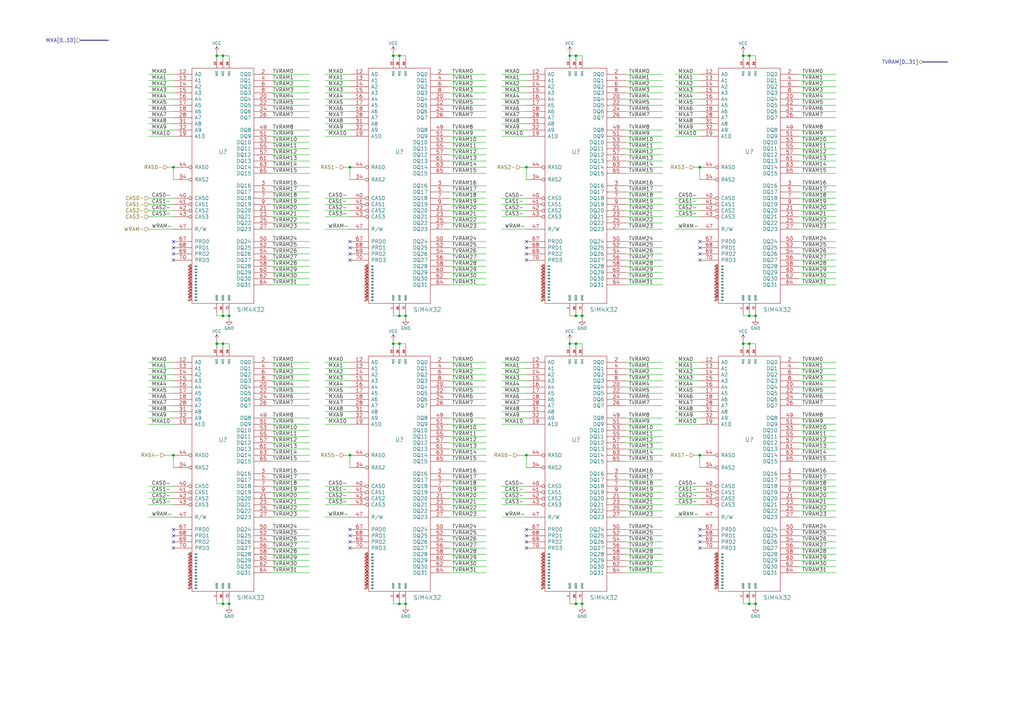
<source format=kicad_sch>
(kicad_sch (version 20250114) (generator "eeschema") (generator_version "9.0")
  (paper "A3")
  (title_block (title "Kicad EDA") (date "Sun 22 Mar 2015") (rev "2.0B") (company "Kicad EDA") (comment 1 "Rams Video"))
  (junction (at 307.34 247.65))
  (junction (at 309.88 129.54))
  (junction (at 238.76 247.65))
  (junction (at 287.02 186.69) (diameter 0.9144))
  (junction (at 309.88 247.65))
  (junction (at 307.34 22.86))
  (junction (at 215.9 68.58) (diameter 0.9144))
  (junction (at 93.98 247.65))
  (junction (at 236.22 22.86))
  (junction (at 161.29 140.97))
  (junction (at 88.9 140.97))
  (junction (at 238.76 129.54))
  (junction (at 236.22 129.54))
  (junction (at 93.98 129.54))
  (junction (at 163.83 129.54))
  (junction (at 166.37 247.65))
  (junction (at 307.34 140.97))
  (junction (at 163.83 247.65))
  (junction (at 163.83 22.86))
  (junction (at 143.51 186.69) (diameter 0.9144))
  (junction (at 166.37 129.54))
  (junction (at 304.8 140.97))
  (junction (at 236.22 247.65))
  (junction (at 91.44 129.54))
  (junction (at 91.44 140.97))
  (junction (at 307.34 129.54))
  (junction (at 71.12 186.69) (diameter 0.9144))
  (junction (at 91.44 22.86))
  (junction (at 71.12 68.58) (diameter 0.9144))
  (junction (at 233.68 140.97))
  (junction (at 215.9 186.69) (diameter 0.9144))
  (junction (at 143.51 68.58) (diameter 0.9144))
  (junction (at 163.83 140.97))
  (junction (at 287.02 68.58) (diameter 0.9144))
  (junction (at 304.8 22.86))
  (junction (at 236.22 140.97))
  (junction (at 91.44 247.65))
  (junction (at 233.68 22.86))
  (junction (at 161.29 22.86))
  (junction (at 88.9 22.86))
  (no_connect (at 215.9 222.25))
  (no_connect (at 287.02 217.17))
  (no_connect (at 71.12 222.25))
  (no_connect (at 143.51 217.17))
  (no_connect (at 143.51 106.68))
  (no_connect (at 143.51 224.79))
  (no_connect (at 71.12 106.68))
  (no_connect (at 287.02 219.71))
  (no_connect (at 215.9 224.79))
  (no_connect (at 215.9 101.6))
  (no_connect (at 215.9 104.14))
  (no_connect (at 143.51 219.71))
  (no_connect (at 287.02 104.14))
  (no_connect (at 215.9 99.06))
  (no_connect (at 287.02 101.6))
  (no_connect (at 71.12 101.6))
  (no_connect (at 71.12 99.06))
  (no_connect (at 143.51 222.25))
  (no_connect (at 71.12 219.71))
  (no_connect (at 71.12 104.14))
  (no_connect (at 215.9 219.71))
  (no_connect (at 143.51 101.6))
  (no_connect (at 215.9 106.68))
  (no_connect (at 71.12 224.79))
  (no_connect (at 287.02 106.68))
  (no_connect (at 287.02 99.06))
  (no_connect (at 143.51 99.06))
  (no_connect (at 287.02 222.25))
  (no_connect (at 215.9 217.17))
  (no_connect (at 143.51 104.14))
  (no_connect (at 287.02 224.79))
  (no_connect (at 71.12 217.17))
  (wire (pts (xy 309.88 140.97) (xy 307.34 140.97)))
  (wire (pts (xy 71.12 81.28) (xy 60.96 81.28)))
  (wire (pts (xy 238.76 22.86) (xy 236.22 22.86)))
  (wire (pts (xy 93.98 24.13) (xy 93.98 22.86)))
  (wire (pts (xy 111.76 83.82) (xy 127 83.82)))
  (wire (pts (xy 256.54 109.22) (xy 271.78 109.22)))
  (wire (pts (xy 327.66 222.25) (xy 342.9 222.25)))
  (wire (pts (xy 184.15 99.06) (xy 199.39 99.06)))
  (wire (pts (xy 184.15 176.53) (xy 199.39 176.53)))
  (wire (pts (xy 327.66 60.96) (xy 342.9 60.96)))
  (wire (pts (xy 184.15 229.87) (xy 199.39 229.87)))
  (wire (pts (xy 88.9 22.86) (xy 88.9 24.13)))
  (wire (pts (xy 327.66 217.17) (xy 342.9 217.17)))
  (wire (pts (xy 256.54 93.98) (xy 271.78 93.98)))
  (wire (pts (xy 327.66 99.06) (xy 342.9 99.06)))
  (wire (pts (xy 111.76 153.67) (xy 127 153.67)))
  (wire (pts (xy 111.76 229.87) (xy 127 229.87)))
  (wire (pts (xy 233.68 140.97) (xy 233.68 142.24)))
  (wire (pts (xy 327.66 38.1) (xy 342.9 38.1)))
  (wire (pts (xy 111.76 186.69) (xy 127 186.69)))
  (wire (pts (xy 71.12 48.26) (xy 60.96 48.26)))
  (wire (pts (xy 71.12 83.82) (xy 60.96 83.82)))
  (wire (pts (xy 215.9 33.02) (xy 205.74 33.02)))
  (wire (pts (xy 327.66 158.75) (xy 342.9 158.75)))
  (wire (pts (xy 184.15 33.02) (xy 199.39 33.02)))
  (wire (pts (xy 111.76 43.18) (xy 127 43.18)))
  (wire (pts (xy 215.9 53.34) (xy 205.74 53.34)))
  (wire (pts (xy 71.12 38.1) (xy 60.96 38.1)))
  (wire (pts (xy 71.12 212.09) (xy 60.96 212.09)))
  (wire (pts (xy 184.15 156.21) (xy 199.39 156.21)))
  (wire (pts (xy 184.15 76.2) (xy 199.39 76.2)))
  (wire (pts (xy 256.54 196.85) (xy 271.78 196.85)))
  (wire (pts (xy 71.12 163.83) (xy 60.96 163.83)))
  (wire (pts (xy 111.76 111.76) (xy 127 111.76)))
  (wire (pts (xy 166.37 130.81) (xy 166.37 129.54)))
  (wire (pts (xy 71.12 50.8) (xy 60.96 50.8)))
  (wire (pts (xy 71.12 171.45) (xy 60.96 171.45)))
  (wire (pts (xy 143.51 161.29) (xy 133.35 161.29)))
  (wire (pts (xy 111.76 53.34) (xy 127 53.34)))
  (wire (pts (xy 256.54 171.45) (xy 271.78 171.45)))
  (wire (pts (xy 161.29 22.86) (xy 161.29 24.13)))
  (wire (pts (xy 111.76 161.29) (xy 127 161.29)))
  (wire (pts (xy 111.76 171.45) (xy 127 171.45)))
  (wire (pts (xy 184.15 48.26) (xy 199.39 48.26)))
  (wire (pts (xy 256.54 227.33) (xy 271.78 227.33)))
  (wire (pts (xy 143.51 45.72) (xy 133.35 45.72)))
  (wire (pts (xy 184.15 40.64) (xy 199.39 40.64)))
  (wire (pts (xy 215.9 30.48) (xy 205.74 30.48)))
  (wire (pts (xy 184.15 101.6) (xy 199.39 101.6)))
  (wire (pts (xy 143.51 166.37) (xy 133.35 166.37)))
  (wire (pts (xy 143.51 212.09) (xy 133.35 212.09)))
  (wire (pts (xy 212.09 186.69) (xy 215.9 186.69)))
  (wire (pts (xy 287.02 163.83) (xy 276.86 163.83)))
  (wire (pts (xy 161.29 246.38) (xy 161.29 247.65)))
  (wire (pts (xy 256.54 55.88) (xy 271.78 55.88)))
  (wire (pts (xy 184.15 45.72) (xy 199.39 45.72)))
  (wire (pts (xy 215.9 166.37) (xy 205.74 166.37)))
  (wire (pts (xy 238.76 130.81) (xy 238.76 129.54)))
  (wire (pts (xy 215.9 81.28) (xy 205.74 81.28)))
  (wire (pts (xy 327.66 151.13) (xy 342.9 151.13)))
  (wire (pts (xy 71.12 33.02) (xy 60.96 33.02)))
  (wire (pts (xy 111.76 48.26) (xy 127 48.26)))
  (wire (pts (xy 68.58 68.58) (xy 71.12 68.58)))
  (wire (pts (xy 140.97 186.69) (xy 143.51 186.69)))
  (wire (pts (xy 327.66 207.01) (xy 342.9 207.01)))
  (wire (pts (xy 111.76 158.75) (xy 127 158.75)))
  (wire (pts (xy 184.15 201.93) (xy 199.39 201.93)))
  (wire (pts (xy 256.54 63.5) (xy 271.78 63.5)))
  (wire (pts (xy 215.9 88.9) (xy 205.74 88.9)))
  (wire (pts (xy 184.15 38.1) (xy 199.39 38.1)))
  (wire (pts (xy 71.12 166.37) (xy 60.96 166.37)))
  (wire (pts (xy 256.54 161.29) (xy 271.78 161.29)))
  (wire (pts (xy 184.15 88.9) (xy 199.39 88.9)))
  (wire (pts (xy 184.15 163.83) (xy 199.39 163.83)))
  (wire (pts (xy 111.76 88.9) (xy 127 88.9)))
  (bus (pts (xy 33.02 16.51) (xy 44.45 16.51)))
  (wire (pts (xy 161.29 247.65) (xy 163.83 247.65)))
  (wire (pts (xy 327.66 171.45) (xy 342.9 171.45)))
  (wire (pts (xy 327.66 93.98) (xy 342.9 93.98)))
  (wire (pts (xy 327.66 88.9) (xy 342.9 88.9)))
  (wire (pts (xy 184.15 212.09) (xy 199.39 212.09)))
  (wire (pts (xy 184.15 224.79) (xy 199.39 224.79)))
  (wire (pts (xy 111.76 204.47) (xy 127 204.47)))
  (wire (pts (xy 91.44 247.65) (xy 91.44 246.38)))
  (wire (pts (xy 163.83 140.97) (xy 163.83 142.24)))
  (wire (pts (xy 215.9 83.82) (xy 205.74 83.82)))
  (wire (pts (xy 93.98 248.92) (xy 93.98 247.65)))
  (wire (pts (xy 327.66 163.83) (xy 342.9 163.83)))
  (wire (pts (xy 256.54 176.53) (xy 271.78 176.53)))
  (wire (pts (xy 238.76 140.97) (xy 236.22 140.97)))
  (wire (pts (xy 184.15 234.95) (xy 199.39 234.95)))
  (wire (pts (xy 307.34 140.97) (xy 304.8 140.97)))
  (wire (pts (xy 163.83 247.65) (xy 163.83 246.38)))
  (wire (pts (xy 327.66 40.64) (xy 342.9 40.64)))
  (wire (pts (xy 256.54 58.42) (xy 271.78 58.42)))
  (wire (pts (xy 184.15 60.96) (xy 199.39 60.96)))
  (wire (pts (xy 184.15 58.42) (xy 199.39 58.42)))
  (wire (pts (xy 143.51 35.56) (xy 133.35 35.56)))
  (wire (pts (xy 307.34 129.54) (xy 309.88 129.54)))
  (wire (pts (xy 111.76 194.31) (xy 127 194.31)))
  (wire (pts (xy 111.76 199.39) (xy 127 199.39)))
  (wire (pts (xy 184.15 114.3) (xy 199.39 114.3)))
  (wire (pts (xy 256.54 35.56) (xy 271.78 35.56)))
  (wire (pts (xy 327.66 229.87) (xy 342.9 229.87)))
  (wire (pts (xy 256.54 53.34) (xy 271.78 53.34)))
  (wire (pts (xy 327.66 153.67) (xy 342.9 153.67)))
  (wire (pts (xy 327.66 212.09) (xy 342.9 212.09)))
  (wire (pts (xy 91.44 22.86) (xy 88.9 22.86)))
  (wire (pts (xy 71.12 86.36) (xy 60.96 86.36)))
  (wire (pts (xy 304.8 21.59) (xy 304.8 22.86)))
  (wire (pts (xy 256.54 234.95) (xy 271.78 234.95)))
  (wire (pts (xy 309.88 142.24) (xy 309.88 140.97)))
  (wire (pts (xy 327.66 43.18) (xy 342.9 43.18)))
  (wire (pts (xy 93.98 142.24) (xy 93.98 140.97)))
  (wire (pts (xy 327.66 204.47) (xy 342.9 204.47)))
  (wire (pts (xy 91.44 140.97) (xy 91.44 142.24)))
  (wire (pts (xy 215.9 50.8) (xy 205.74 50.8)))
  (wire (pts (xy 233.68 246.38) (xy 233.68 247.65)))
  (wire (pts (xy 256.54 166.37) (xy 271.78 166.37)))
  (wire (pts (xy 233.68 139.7) (xy 233.68 140.97)))
  (wire (pts (xy 111.76 93.98) (xy 127 93.98)))
  (wire (pts (xy 143.51 201.93) (xy 133.35 201.93)))
  (wire (pts (xy 236.22 129.54) (xy 236.22 128.27)))
  (wire (pts (xy 111.76 104.14) (xy 127 104.14)))
  (wire (pts (xy 287.02 199.39) (xy 276.86 199.39)))
  (wire (pts (xy 236.22 129.54) (xy 238.76 129.54)))
  (wire (pts (xy 143.51 158.75) (xy 133.35 158.75)))
  (wire (pts (xy 287.02 168.91) (xy 276.86 168.91)))
  (wire (pts (xy 287.02 212.09) (xy 276.86 212.09)))
  (wire (pts (xy 143.51 68.58) (xy 143.51 73.66)))
  (wire (pts (xy 184.15 63.5) (xy 199.39 63.5)))
  (wire (pts (xy 143.51 156.21) (xy 133.35 156.21)))
  (wire (pts (xy 111.76 224.79) (xy 127 224.79)))
  (wire (pts (xy 111.76 201.93) (xy 127 201.93)))
  (wire (pts (xy 111.76 81.28) (xy 127 81.28)))
  (wire (pts (xy 287.02 43.18) (xy 276.86 43.18)))
  (wire (pts (xy 287.02 68.58) (xy 287.02 73.66)))
  (wire (pts (xy 143.51 151.13) (xy 133.35 151.13)))
  (wire (pts (xy 163.83 22.86) (xy 163.83 24.13)))
  (wire (pts (xy 238.76 142.24) (xy 238.76 140.97)))
  (wire (pts (xy 256.54 156.21) (xy 271.78 156.21)))
  (wire (pts (xy 143.51 48.26) (xy 133.35 48.26)))
  (wire (pts (xy 184.15 199.39) (xy 199.39 199.39)))
  (wire (pts (xy 256.54 163.83) (xy 271.78 163.83)))
  (wire (pts (xy 111.76 38.1) (xy 127 38.1)))
  (wire (pts (xy 184.15 93.98) (xy 199.39 93.98)))
  (wire (pts (xy 184.15 81.28) (xy 199.39 81.28)))
  (wire (pts (xy 111.76 109.22) (xy 127 109.22)))
  (wire (pts (xy 256.54 81.28) (xy 271.78 81.28)))
  (wire (pts (xy 256.54 184.15) (xy 271.78 184.15)))
  (wire (pts (xy 327.66 111.76) (xy 342.9 111.76)))
  (wire (pts (xy 111.76 68.58) (xy 127 68.58)))
  (wire (pts (xy 88.9 246.38) (xy 88.9 247.65)))
  (wire (pts (xy 215.9 153.67) (xy 205.74 153.67)))
  (wire (pts (xy 88.9 139.7) (xy 88.9 140.97)))
  (wire (pts (xy 143.51 81.28) (xy 133.35 81.28)))
  (wire (pts (xy 71.12 151.13) (xy 60.96 151.13)))
  (wire (pts (xy 111.76 232.41) (xy 127 232.41)))
  (wire (pts (xy 93.98 130.81) (xy 93.98 129.54)))
  (wire (pts (xy 236.22 140.97) (xy 236.22 142.24)))
  (wire (pts (xy 161.29 129.54) (xy 163.83 129.54)))
  (wire (pts (xy 184.15 171.45) (xy 199.39 171.45)))
  (wire (pts (xy 184.15 166.37) (xy 199.39 166.37)))
  (wire (pts (xy 71.12 43.18) (xy 60.96 43.18)))
  (wire (pts (xy 71.12 93.98) (xy 60.96 93.98)))
  (wire (pts (xy 71.12 199.39) (xy 60.96 199.39)))
  (wire (pts (xy 309.88 130.81) (xy 309.88 129.54)))
  (wire (pts (xy 215.9 86.36) (xy 205.74 86.36)))
  (wire (pts (xy 143.51 55.88) (xy 133.35 55.88)))
  (wire (pts (xy 327.66 234.95) (xy 342.9 234.95)))
  (wire (pts (xy 215.9 171.45) (xy 205.74 171.45)))
  (wire (pts (xy 256.54 219.71) (xy 271.78 219.71)))
  (wire (pts (xy 161.29 139.7) (xy 161.29 140.97)))
  (wire (pts (xy 256.54 173.99) (xy 271.78 173.99)))
  (wire (pts (xy 184.15 35.56) (xy 199.39 35.56)))
  (wire (pts (xy 143.51 40.64) (xy 133.35 40.64)))
  (wire (pts (xy 143.51 168.91) (xy 133.35 168.91)))
  (wire (pts (xy 88.9 128.27) (xy 88.9 129.54)))
  (wire (pts (xy 184.15 219.71) (xy 199.39 219.71)))
  (wire (pts (xy 309.88 247.65) (xy 309.88 246.38)))
  (wire (pts (xy 236.22 247.65) (xy 238.76 247.65)))
  (wire (pts (xy 284.48 68.58) (xy 287.02 68.58)))
  (wire (pts (xy 236.22 22.86) (xy 236.22 24.13)))
  (wire (pts (xy 307.34 129.54) (xy 307.34 128.27)))
  (wire (pts (xy 71.12 53.34) (xy 60.96 53.34)))
  (wire (pts (xy 163.83 247.65) (xy 166.37 247.65)))
  (wire (pts (xy 71.12 156.21) (xy 60.96 156.21)))
  (wire (pts (xy 166.37 248.92) (xy 166.37 247.65)))
  (wire (pts (xy 111.76 156.21) (xy 127 156.21)))
  (wire (pts (xy 287.02 45.72) (xy 276.86 45.72)))
  (wire (pts (xy 236.22 247.65) (xy 236.22 246.38)))
  (wire (pts (xy 256.54 116.84) (xy 271.78 116.84)))
  (wire (pts (xy 111.76 151.13) (xy 127 151.13)))
  (wire (pts (xy 256.54 83.82) (xy 271.78 83.82)))
  (wire (pts (xy 215.9 173.99) (xy 205.74 173.99)))
  (wire (pts (xy 304.8 139.7) (xy 304.8 140.97)))
  (wire (pts (xy 111.76 179.07) (xy 127 179.07)))
  (wire (pts (xy 71.12 30.48) (xy 60.96 30.48)))
  (wire (pts (xy 143.51 38.1) (xy 133.35 38.1)))
  (wire (pts (xy 215.9 35.56) (xy 205.74 35.56)))
  (wire (pts (xy 327.66 66.04) (xy 342.9 66.04)))
  (wire (pts (xy 184.15 68.58) (xy 199.39 68.58)))
  (wire (pts (xy 184.15 151.13) (xy 199.39 151.13)))
  (wire (pts (xy 111.76 78.74) (xy 127 78.74)))
  (wire (pts (xy 111.76 71.12) (xy 127 71.12)))
  (wire (pts (xy 111.76 116.84) (xy 127 116.84)))
  (wire (pts (xy 233.68 247.65) (xy 236.22 247.65)))
  (bus (pts (xy 378.46 25.4) (xy 388.62 25.4)))
  (wire (pts (xy 111.76 222.25) (xy 127 222.25)))
  (wire (pts (xy 161.29 21.59) (xy 161.29 22.86)))
  (wire (pts (xy 71.12 168.91) (xy 60.96 168.91)))
  (wire (pts (xy 111.76 234.95) (xy 127 234.95)))
  (wire (pts (xy 93.98 247.65) (xy 93.98 246.38)))
  (wire (pts (xy 111.76 63.5) (xy 127 63.5)))
  (wire (pts (xy 307.34 140.97) (xy 307.34 142.24)))
  (wire (pts (xy 287.02 158.75) (xy 276.86 158.75)))
  (wire (pts (xy 213.36 68.58) (xy 215.9 68.58)))
  (wire (pts (xy 91.44 129.54) (xy 91.44 128.27)))
  (wire (pts (xy 161.29 140.97) (xy 161.29 142.24)))
  (wire (pts (xy 91.44 22.86) (xy 91.44 24.13)))
  (wire (pts (xy 287.02 186.69) (xy 287.02 191.77)))
  (wire (pts (xy 71.12 55.88) (xy 60.96 55.88)))
  (wire (pts (xy 256.54 76.2) (xy 271.78 76.2)))
  (wire (pts (xy 304.8 128.27) (xy 304.8 129.54)))
  (wire (pts (xy 307.34 247.65) (xy 307.34 246.38)))
  (wire (pts (xy 184.15 86.36) (xy 199.39 86.36)))
  (wire (pts (xy 233.68 129.54) (xy 236.22 129.54)))
  (wire (pts (xy 184.15 189.23) (xy 199.39 189.23)))
  (wire (pts (xy 215.9 201.93) (xy 205.74 201.93)))
  (wire (pts (xy 111.76 60.96) (xy 127 60.96)))
  (wire (pts (xy 256.54 179.07) (xy 271.78 179.07)))
  (wire (pts (xy 184.15 179.07) (xy 199.39 179.07)))
  (wire (pts (xy 327.66 227.33) (xy 342.9 227.33)))
  (wire (pts (xy 215.9 151.13) (xy 205.74 151.13)))
  (wire (pts (xy 256.54 151.13) (xy 271.78 151.13)))
  (wire (pts (xy 184.15 181.61) (xy 199.39 181.61)))
  (wire (pts (xy 287.02 151.13) (xy 276.86 151.13)))
  (wire (pts (xy 256.54 91.44) (xy 271.78 91.44)))
  (wire (pts (xy 184.15 194.31) (xy 199.39 194.31)))
  (wire (pts (xy 184.15 53.34) (xy 199.39 53.34)))
  (wire (pts (xy 93.98 140.97) (xy 91.44 140.97)))
  (wire (pts (xy 215.9 207.01) (xy 205.74 207.01)))
  (wire (pts (xy 111.76 91.44) (xy 127 91.44)))
  (wire (pts (xy 143.51 93.98) (xy 133.35 93.98)))
  (wire (pts (xy 327.66 189.23) (xy 342.9 189.23)))
  (wire (pts (xy 327.66 109.22) (xy 342.9 109.22)))
  (wire (pts (xy 143.51 204.47) (xy 133.35 204.47)))
  (wire (pts (xy 304.8 22.86) (xy 304.8 24.13)))
  (wire (pts (xy 111.76 207.01) (xy 127 207.01)))
  (wire (pts (xy 184.15 186.69) (xy 199.39 186.69)))
  (wire (pts (xy 256.54 99.06) (xy 271.78 99.06)))
  (wire (pts (xy 111.76 196.85) (xy 127 196.85)))
  (wire (pts (xy 256.54 199.39) (xy 271.78 199.39)))
  (wire (pts (xy 215.9 158.75) (xy 205.74 158.75)))
  (wire (pts (xy 71.12 40.64) (xy 60.96 40.64)))
  (wire (pts (xy 215.9 68.58) (xy 215.9 73.66)))
  (wire (pts (xy 256.54 158.75) (xy 271.78 158.75)))
  (wire (pts (xy 71.12 88.9) (xy 60.96 88.9)))
  (wire (pts (xy 256.54 232.41) (xy 271.78 232.41)))
  (wire (pts (xy 166.37 24.13) (xy 166.37 22.86)))
  (wire (pts (xy 256.54 101.6) (xy 271.78 101.6)))
  (wire (pts (xy 111.76 189.23) (xy 127 189.23)))
  (wire (pts (xy 143.51 30.48) (xy 133.35 30.48)))
  (wire (pts (xy 184.15 153.67) (xy 199.39 153.67)))
  (wire (pts (xy 284.48 186.69) (xy 287.02 186.69)))
  (wire (pts (xy 327.66 176.53) (xy 342.9 176.53)))
  (wire (pts (xy 143.51 50.8) (xy 133.35 50.8)))
  (wire (pts (xy 256.54 68.58) (xy 271.78 68.58)))
  (wire (pts (xy 256.54 88.9) (xy 271.78 88.9)))
  (wire (pts (xy 327.66 194.31) (xy 342.9 194.31)))
  (wire (pts (xy 256.54 71.12) (xy 271.78 71.12)))
  (wire (pts (xy 309.88 22.86) (xy 307.34 22.86)))
  (wire (pts (xy 256.54 222.25) (xy 271.78 222.25)))
  (wire (pts (xy 184.15 78.74) (xy 199.39 78.74)))
  (wire (pts (xy 166.37 140.97) (xy 163.83 140.97)))
  (wire (pts (xy 287.02 201.93) (xy 276.86 201.93)))
  (wire (pts (xy 256.54 43.18) (xy 271.78 43.18)))
  (wire (pts (xy 184.15 111.76) (xy 199.39 111.76)))
  (wire (pts (xy 256.54 153.67) (xy 271.78 153.67)))
  (wire (pts (xy 327.66 186.69) (xy 342.9 186.69)))
  (wire (pts (xy 327.66 179.07) (xy 342.9 179.07)))
  (wire (pts (xy 215.9 43.18) (xy 205.74 43.18)))
  (wire (pts (xy 88.9 21.59) (xy 88.9 22.86)))
  (wire (pts (xy 91.44 129.54) (xy 93.98 129.54)))
  (wire (pts (xy 215.9 40.64) (xy 205.74 40.64)))
  (wire (pts (xy 111.76 212.09) (xy 127 212.09)))
  (wire (pts (xy 111.76 76.2) (xy 127 76.2)))
  (wire (pts (xy 304.8 129.54) (xy 307.34 129.54)))
  (wire (pts (xy 256.54 66.04) (xy 271.78 66.04)))
  (wire (pts (xy 327.66 201.93) (xy 342.9 201.93)))
  (wire (pts (xy 71.12 201.93) (xy 60.96 201.93)))
  (wire (pts (xy 184.15 43.18) (xy 199.39 43.18)))
  (wire (pts (xy 163.83 129.54) (xy 166.37 129.54)))
  (wire (pts (xy 238.76 24.13) (xy 238.76 22.86)))
  (wire (pts (xy 71.12 148.59) (xy 60.96 148.59)))
  (wire (pts (xy 327.66 83.82) (xy 342.9 83.82)))
  (wire (pts (xy 256.54 48.26) (xy 271.78 48.26)))
  (wire (pts (xy 327.66 156.21) (xy 342.9 156.21)))
  (wire (pts (xy 215.9 45.72) (xy 205.74 45.72)))
  (wire (pts (xy 71.12 35.56) (xy 60.96 35.56)))
  (wire (pts (xy 71.12 207.01) (xy 60.96 207.01)))
  (wire (pts (xy 184.15 109.22) (xy 199.39 109.22)))
  (wire (pts (xy 143.51 88.9) (xy 133.35 88.9)))
  (wire (pts (xy 93.98 22.86) (xy 91.44 22.86)))
  (wire (pts (xy 184.15 55.88) (xy 199.39 55.88)))
  (wire (pts (xy 111.76 181.61) (xy 127 181.61)))
  (wire (pts (xy 143.51 33.02) (xy 133.35 33.02)))
  (wire (pts (xy 184.15 91.44) (xy 199.39 91.44)))
  (wire (pts (xy 215.9 168.91) (xy 205.74 168.91)))
  (wire (pts (xy 287.02 50.8) (xy 276.86 50.8)))
  (wire (pts (xy 327.66 101.6) (xy 342.9 101.6)))
  (wire (pts (xy 327.66 58.42) (xy 342.9 58.42)))
  (wire (pts (xy 307.34 22.86) (xy 307.34 24.13)))
  (wire (pts (xy 256.54 45.72) (xy 271.78 45.72)))
  (wire (pts (xy 93.98 129.54) (xy 93.98 128.27)))
  (wire (pts (xy 287.02 48.26) (xy 276.86 48.26)))
  (wire (pts (xy 287.02 153.67) (xy 276.86 153.67)))
  (wire (pts (xy 111.76 163.83) (xy 127 163.83)))
  (wire (pts (xy 287.02 148.59) (xy 276.86 148.59)))
  (wire (pts (xy 215.9 156.21) (xy 205.74 156.21)))
  (wire (pts (xy 184.15 116.84) (xy 199.39 116.84)))
  (wire (pts (xy 143.51 207.01) (xy 133.35 207.01)))
  (wire (pts (xy 327.66 81.28) (xy 342.9 81.28)))
  (wire (pts (xy 143.51 148.59) (xy 133.35 148.59)))
  (wire (pts (xy 166.37 129.54) (xy 166.37 128.27)))
  (wire (pts (xy 256.54 201.93) (xy 271.78 201.93)))
  (wire (pts (xy 287.02 171.45) (xy 276.86 171.45)))
  (wire (pts (xy 111.76 184.15) (xy 127 184.15)))
  (wire (pts (xy 309.88 248.92) (xy 309.88 247.65)))
  (wire (pts (xy 215.9 204.47) (xy 205.74 204.47)))
  (wire (pts (xy 163.83 140.97) (xy 161.29 140.97)))
  (wire (pts (xy 307.34 247.65) (xy 309.88 247.65)))
  (wire (pts (xy 327.66 181.61) (xy 342.9 181.61)))
  (wire (pts (xy 184.15 232.41) (xy 199.39 232.41)))
  (wire (pts (xy 256.54 186.69) (xy 271.78 186.69)))
  (wire (pts (xy 111.76 106.68) (xy 127 106.68)))
  (wire (pts (xy 327.66 68.58) (xy 342.9 68.58)))
  (wire (pts (xy 256.54 38.1) (xy 271.78 38.1)))
  (wire (pts (xy 184.15 83.82) (xy 199.39 83.82)))
  (wire (pts (xy 215.9 199.39) (xy 205.74 199.39)))
  (wire (pts (xy 215.9 186.69) (xy 215.9 191.77)))
  (wire (pts (xy 184.15 209.55) (xy 199.39 209.55)))
  (wire (pts (xy 184.15 173.99) (xy 199.39 173.99)))
  (wire (pts (xy 184.15 207.01) (xy 199.39 207.01)))
  (wire (pts (xy 256.54 111.76) (xy 271.78 111.76)))
  (wire (pts (xy 111.76 217.17) (xy 127 217.17)))
  (wire (pts (xy 327.66 161.29) (xy 342.9 161.29)))
  (wire (pts (xy 71.12 158.75) (xy 60.96 158.75)))
  (wire (pts (xy 327.66 48.26) (xy 342.9 48.26)))
  (wire (pts (xy 327.66 166.37) (xy 342.9 166.37)))
  (wire (pts (xy 327.66 199.39) (xy 342.9 199.39)))
  (wire (pts (xy 327.66 148.59) (xy 342.9 148.59)))
  (wire (pts (xy 287.02 207.01) (xy 276.86 207.01)))
  (wire (pts (xy 163.83 22.86) (xy 161.29 22.86)))
  (wire (pts (xy 287.02 204.47) (xy 276.86 204.47)))
  (wire (pts (xy 184.15 161.29) (xy 199.39 161.29)))
  (wire (pts (xy 143.51 163.83) (xy 133.35 163.83)))
  (wire (pts (xy 88.9 247.65) (xy 91.44 247.65)))
  (wire (pts (xy 327.66 71.12) (xy 342.9 71.12)))
  (wire (pts (xy 184.15 71.12) (xy 199.39 71.12)))
  (wire (pts (xy 327.66 45.72) (xy 342.9 45.72)))
  (wire (pts (xy 327.66 91.44) (xy 342.9 91.44)))
  (wire (pts (xy 256.54 224.79) (xy 271.78 224.79)))
  (wire (pts (xy 256.54 78.74) (xy 271.78 78.74)))
  (wire (pts (xy 238.76 248.92) (xy 238.76 247.65)))
  (wire (pts (xy 143.51 86.36) (xy 133.35 86.36)))
  (wire (pts (xy 163.83 129.54) (xy 163.83 128.27)))
  (wire (pts (xy 166.37 142.24) (xy 166.37 140.97)))
  (wire (pts (xy 111.76 209.55) (xy 127 209.55)))
  (wire (pts (xy 327.66 116.84) (xy 342.9 116.84)))
  (wire (pts (xy 287.02 83.82) (xy 276.86 83.82)))
  (wire (pts (xy 256.54 181.61) (xy 271.78 181.61)))
  (wire (pts (xy 287.02 156.21) (xy 276.86 156.21)))
  (wire (pts (xy 327.66 106.68) (xy 342.9 106.68)))
  (wire (pts (xy 256.54 60.96) (xy 271.78 60.96)))
  (wire (pts (xy 256.54 189.23) (xy 271.78 189.23)))
  (wire (pts (xy 304.8 246.38) (xy 304.8 247.65)))
  (wire (pts (xy 88.9 129.54) (xy 91.44 129.54)))
  (wire (pts (xy 184.15 196.85) (xy 199.39 196.85)))
  (wire (pts (xy 238.76 247.65) (xy 238.76 246.38)))
  (wire (pts (xy 256.54 104.14) (xy 271.78 104.14)))
  (wire (pts (xy 256.54 212.09) (xy 271.78 212.09)))
  (wire (pts (xy 287.02 35.56) (xy 276.86 35.56)))
  (wire (pts (xy 256.54 106.68) (xy 271.78 106.68)))
  (wire (pts (xy 327.66 184.15) (xy 342.9 184.15)))
  (wire (pts (xy 184.15 106.68) (xy 199.39 106.68)))
  (wire (pts (xy 327.66 232.41) (xy 342.9 232.41)))
  (wire (pts (xy 71.12 204.47) (xy 60.96 204.47)))
  (wire (pts (xy 215.9 161.29) (xy 205.74 161.29)))
  (wire (pts (xy 71.12 173.99) (xy 60.96 173.99)))
  (wire (pts (xy 143.51 43.18) (xy 133.35 43.18)))
  (wire (pts (xy 287.02 40.64) (xy 276.86 40.64)))
  (wire (pts (xy 71.12 186.69) (xy 71.12 191.77)))
  (wire (pts (xy 184.15 184.15) (xy 199.39 184.15)))
  (wire (pts (xy 111.76 99.06) (xy 127 99.06)))
  (wire (pts (xy 309.88 24.13) (xy 309.88 22.86)))
  (wire (pts (xy 143.51 186.69) (xy 143.51 191.77)))
  (wire (pts (xy 184.15 104.14) (xy 199.39 104.14)))
  (wire (pts (xy 215.9 148.59) (xy 205.74 148.59)))
  (wire (pts (xy 111.76 101.6) (xy 127 101.6)))
  (wire (pts (xy 143.51 83.82) (xy 133.35 83.82)))
  (wire (pts (xy 256.54 217.17) (xy 271.78 217.17)))
  (wire (pts (xy 111.76 166.37) (xy 127 166.37)))
  (wire (pts (xy 327.66 219.71) (xy 342.9 219.71)))
  (wire (pts (xy 287.02 166.37) (xy 276.86 166.37)))
  (wire (pts (xy 111.76 86.36) (xy 127 86.36)))
  (wire (pts (xy 238.76 129.54) (xy 238.76 128.27)))
  (wire (pts (xy 71.12 45.72) (xy 60.96 45.72)))
  (wire (pts (xy 143.51 173.99) (xy 133.35 173.99)))
  (wire (pts (xy 184.15 66.04) (xy 199.39 66.04)))
  (wire (pts (xy 71.12 161.29) (xy 60.96 161.29)))
  (wire (pts (xy 327.66 76.2) (xy 342.9 76.2)))
  (wire (pts (xy 111.76 176.53) (xy 127 176.53)))
  (wire (pts (xy 287.02 30.48) (xy 276.86 30.48)))
  (wire (pts (xy 215.9 48.26) (xy 205.74 48.26)))
  (wire (pts (xy 327.66 104.14) (xy 342.9 104.14)))
  (wire (pts (xy 327.66 53.34) (xy 342.9 53.34)))
  (wire (pts (xy 287.02 88.9) (xy 276.86 88.9)))
  (wire (pts (xy 327.66 55.88) (xy 342.9 55.88)))
  (wire (pts (xy 287.02 86.36) (xy 276.86 86.36)))
  (wire (pts (xy 287.02 53.34) (xy 276.86 53.34)))
  (wire (pts (xy 184.15 30.48) (xy 199.39 30.48)))
  (wire (pts (xy 236.22 140.97) (xy 233.68 140.97)))
  (wire (pts (xy 111.76 148.59) (xy 127 148.59)))
  (wire (pts (xy 304.8 247.65) (xy 307.34 247.65)))
  (wire (pts (xy 287.02 161.29) (xy 276.86 161.29)))
  (wire (pts (xy 143.51 171.45) (xy 133.35 171.45)))
  (wire (pts (xy 304.8 140.97) (xy 304.8 142.24)))
  (wire (pts (xy 111.76 114.3) (xy 127 114.3)))
  (wire (pts (xy 143.51 153.67) (xy 133.35 153.67)))
  (wire (pts (xy 184.15 217.17) (xy 199.39 217.17)))
  (wire (pts (xy 256.54 207.01) (xy 271.78 207.01)))
  (wire (pts (xy 256.54 33.02) (xy 271.78 33.02)))
  (wire (pts (xy 327.66 196.85) (xy 342.9 196.85)))
  (wire (pts (xy 327.66 209.55) (xy 342.9 209.55)))
  (wire (pts (xy 91.44 247.65) (xy 93.98 247.65)))
  (wire (pts (xy 111.76 40.64) (xy 127 40.64)))
  (wire (pts (xy 287.02 173.99) (xy 276.86 173.99)))
  (wire (pts (xy 111.76 219.71) (xy 127 219.71)))
  (wire (pts (xy 215.9 38.1) (xy 205.74 38.1)))
  (wire (pts (xy 184.15 222.25) (xy 199.39 222.25)))
  (wire (pts (xy 327.66 173.99) (xy 342.9 173.99)))
  (wire (pts (xy 327.66 35.56) (xy 342.9 35.56)))
  (wire (pts (xy 161.29 128.27) (xy 161.29 129.54)))
  (wire (pts (xy 111.76 35.56) (xy 127 35.56)))
  (wire (pts (xy 215.9 212.09) (xy 205.74 212.09)))
  (wire (pts (xy 236.22 22.86) (xy 233.68 22.86)))
  (wire (pts (xy 287.02 33.02) (xy 276.86 33.02)))
  (wire (pts (xy 256.54 194.31) (xy 271.78 194.31)))
  (wire (pts (xy 256.54 229.87) (xy 271.78 229.87)))
  (wire (pts (xy 309.88 129.54) (xy 309.88 128.27)))
  (wire (pts (xy 184.15 148.59) (xy 199.39 148.59)))
  (wire (pts (xy 256.54 30.48) (xy 271.78 30.48)))
  (wire (pts (xy 143.51 53.34) (xy 133.35 53.34)))
  (wire (pts (xy 71.12 153.67) (xy 60.96 153.67)))
  (wire (pts (xy 287.02 81.28) (xy 276.86 81.28)))
  (wire (pts (xy 233.68 128.27) (xy 233.68 129.54)))
  (wire (pts (xy 71.12 68.58) (xy 71.12 73.66)))
  (wire (pts (xy 166.37 247.65) (xy 166.37 246.38)))
  (wire (pts (xy 88.9 140.97) (xy 88.9 142.24)))
  (wire (pts (xy 327.66 63.5) (xy 342.9 63.5)))
  (wire (pts (xy 256.54 40.64) (xy 271.78 40.64)))
  (wire (pts (xy 256.54 114.3) (xy 271.78 114.3)))
  (wire (pts (xy 143.51 199.39) (xy 133.35 199.39)))
  (wire (pts (xy 327.66 33.02) (xy 342.9 33.02)))
  (wire (pts (xy 91.44 140.97) (xy 88.9 140.97)))
  (wire (pts (xy 111.76 55.88) (xy 127 55.88)))
  (wire (pts (xy 327.66 224.79) (xy 342.9 224.79)))
  (wire (pts (xy 111.76 173.99) (xy 127 173.99)))
  (wire (pts (xy 111.76 33.02) (xy 127 33.02)))
  (wire (pts (xy 166.37 22.86) (xy 163.83 22.86)))
  (wire (pts (xy 233.68 22.86) (xy 233.68 24.13)))
  (wire (pts (xy 287.02 55.88) (xy 276.86 55.88)))
  (wire (pts (xy 307.34 22.86) (xy 304.8 22.86)))
  (wire (pts (xy 256.54 86.36) (xy 271.78 86.36)))
  (wire (pts (xy 256.54 209.55) (xy 271.78 209.55)))
  (wire (pts (xy 140.97 68.58) (xy 143.51 68.58)))
  (wire (pts (xy 233.68 21.59) (xy 233.68 22.86)))
  (wire (pts (xy 184.15 227.33) (xy 199.39 227.33)))
  (wire (pts (xy 184.15 204.47) (xy 199.39 204.47)))
  (wire (pts (xy 256.54 148.59) (xy 271.78 148.59)))
  (wire (pts (xy 111.76 227.33) (xy 127 227.33)))
  (wire (pts (xy 215.9 163.83) (xy 205.74 163.83)))
  (wire (pts (xy 215.9 55.88) (xy 205.74 55.88)))
  (wire (pts (xy 111.76 30.48) (xy 127 30.48)))
  (wire (pts (xy 184.15 158.75) (xy 199.39 158.75)))
  (wire (pts (xy 111.76 58.42) (xy 127 58.42)))
  (wire (pts (xy 327.66 86.36) (xy 342.9 86.36)))
  (wire (pts (xy 287.02 93.98) (xy 276.86 93.98)))
  (wire (pts (xy 327.66 78.74) (xy 342.9 78.74)))
  (wire (pts (xy 111.76 66.04) (xy 127 66.04)))
  (wire (pts (xy 327.66 30.48) (xy 342.9 30.48)))
  (wire (pts (xy 67.31 186.69) (xy 71.12 186.69)))
  (wire (pts (xy 215.9 93.98) (xy 205.74 93.98)))
  (wire (pts (xy 287.02 38.1) (xy 276.86 38.1)))
  (wire (pts (xy 256.54 204.47) (xy 271.78 204.47)))
  (wire (pts (xy 327.66 114.3) (xy 342.9 114.3)))
  (wire (pts (xy 111.76 45.72) (xy 127 45.72)))
  (label "TVRAM1" (at 111.76 33.02 0) (effects (font (size 1.524 1.524))))
  (label "TVRAM11" (at 185.42 179.07 0) (effects (font (size 1.524 1.524))))
  (label "TVRAM21" (at 328.93 88.9 0) (effects (font (size 1.524 1.524))))
  (label "MXA8" (at 207.01 50.8 0) (effects (font (size 1.524 1.524))))
  (label "TVRAM29" (at 185.42 111.76 0) (effects (font (size 1.524 1.524))))
  (label "MXA8" (at 62.23 50.8 0) (effects (font (size 1.524 1.524))))
  (label "TVRAM16" (at 257.81 194.31 0) (effects (font (size 1.524 1.524))))
  (label "TVRAM23" (at 111.76 212.09 0) (effects (font (size 1.524 1.524))))
  (label "TVRAM0" (at 111.76 30.48 0) (effects (font (size 1.524 1.524))))
  (label "MXA3" (at 62.23 156.21 0) (effects (font (size 1.524 1.524))))
  (label "TVRAM10" (at 328.93 58.42 0) (effects (font (size 1.524 1.524))))
  (label "MXA4" (at 278.13 40.64 0) (effects (font (size 1.524 1.524))))
  (label "TVRAM25" (at 111.76 101.6 0) (effects (font (size 1.524 1.524))))
  (label "TVRAM4" (at 328.93 40.64 0) (effects (font (size 1.524 1.524))))
  (label "CAS1-" (at 62.23 83.82 0) (effects (font (size 1.524 1.524))))
  (label "TVRAM6" (at 185.42 163.83 0) (effects (font (size 1.524 1.524))))
  (label "TVRAM27" (at 111.76 106.68 0) (effects (font (size 1.524 1.524))))
  (label "TVRAM8" (at 111.76 171.45 0) (effects (font (size 1.524 1.524))))
  (label "MXA10" (at 62.23 173.99 0) (effects (font (size 1.524 1.524))))
  (label "MXA5" (at 207.01 161.29 0) (effects (font (size 1.524 1.524))))
  (label "WRAM-" (at 278.13 93.98 0) (effects (font (size 1.524 1.524))))
  (label "TVRAM10" (at 111.76 58.42 0) (effects (font (size 1.524 1.524))))
  (label "TVRAM6" (at 328.93 45.72 0) (effects (font (size 1.524 1.524))))
  (label "TVRAM29" (at 257.81 229.87 0) (effects (font (size 1.524 1.524))))
  (label "TVRAM9" (at 185.42 55.88 0) (effects (font (size 1.524 1.524))))
  (label "TVRAM17" (at 111.76 196.85 0) (effects (font (size 1.524 1.524))))
  (label "MXA3" (at 207.01 156.21 0) (effects (font (size 1.524 1.524))))
  (label "CAS3-" (at 62.23 207.01 0) (effects (font (size 1.524 1.524))))
  (label "TVRAM22" (at 111.76 91.44 0) (effects (font (size 1.524 1.524))))
  (label "TVRAM29" (at 111.76 111.76 0) (effects (font (size 1.524 1.524))))
  (label "TVRAM13" (at 185.42 66.04 0) (effects (font (size 1.524 1.524))))
  (label "CAS2-" (at 207.01 204.47 0) (effects (font (size 1.524 1.524))))
  (label "TVRAM11" (at 328.93 60.96 0) (effects (font (size 1.524 1.524))))
  (label "MXA2" (at 207.01 35.56 0) (effects (font (size 1.524 1.524))))
  (label "MXA6" (at 134.62 163.83 0) (effects (font (size 1.524 1.524))))
  (label "TVRAM24" (at 257.81 217.17 0) (effects (font (size 1.524 1.524))))
  (label "CAS2-" (at 134.62 86.36 0) (effects (font (size 1.524 1.524))))
  (label "TVRAM28" (at 111.76 227.33 0) (effects (font (size 1.524 1.524))))
  (label "TVRAM0" (at 111.76 148.59 0) (effects (font (size 1.524 1.524))))
  (label "TVRAM7" (at 111.76 48.26 0) (effects (font (size 1.524 1.524))))
  (label "TVRAM11" (at 111.76 179.07 0) (effects (font (size 1.524 1.524))))
  (label "TVRAM7" (at 328.93 48.26 0) (effects (font (size 1.524 1.524))))
  (label "MXA4" (at 134.62 40.64 0) (effects (font (size 1.524 1.524))))
  (label "TVRAM27" (at 257.81 224.79 0) (effects (font (size 1.524 1.524))))
  (label "TVRAM9" (at 185.42 173.99 0) (effects (font (size 1.524 1.524))))
  (label "TVRAM28" (at 257.81 109.22 0) (effects (font (size 1.524 1.524))))
  (label "MXA7" (at 278.13 48.26 0) (effects (font (size 1.524 1.524))))
  (label "TVRAM13" (at 257.81 184.15 0) (effects (font (size 1.524 1.524))))
  (label "MXA5" (at 278.13 43.18 0) (effects (font (size 1.524 1.524))))
  (label "TVRAM30" (at 111.76 114.3 0) (effects (font (size 1.524 1.524))))
  (label "CAS0-" (at 62.23 81.28 0) (effects (font (size 1.524 1.524))))
  (label "TVRAM3" (at 257.81 38.1 0) (effects (font (size 1.524 1.524))))
  (label "MXA9" (at 62.23 171.45 0) (effects (font (size 1.524 1.524))))
  (label "TVRAM30" (at 328.93 114.3 0) (effects (font (size 1.524 1.524))))
  (label "TVRAM4" (at 185.42 40.64 0) (effects (font (size 1.524 1.524))))
  (label "TVRAM24" (at 111.76 217.17 0) (effects (font (size 1.524 1.524))))
  (label "WRAM-" (at 134.62 212.09 0) (effects (font (size 1.524 1.524))))
  (label "TVRAM19" (at 185.42 201.93 0) (effects (font (size 1.524 1.524))))
  (label "TVRAM19" (at 328.93 201.93 0) (effects (font (size 1.524 1.524))))
  (label "TVRAM0" (at 185.42 30.48 0) (effects (font (size 1.524 1.524))))
  (label "TVRAM22" (at 257.81 209.55 0) (effects (font (size 1.524 1.524))))
  (label "TVRAM3" (at 111.76 38.1 0) (effects (font (size 1.524 1.524))))
  (label "MXA7" (at 207.01 48.26 0) (effects (font (size 1.524 1.524))))
  (label "TVRAM17" (at 257.81 196.85 0) (effects (font (size 1.524 1.524))))
  (label "CAS2-" (at 207.01 86.36 0) (effects (font (size 1.524 1.524))))
  (label "TVRAM3" (at 111.76 156.21 0) (effects (font (size 1.524 1.524))))
  (label "MXA7" (at 134.62 48.26 0) (effects (font (size 1.524 1.524))))
  (label "TVRAM17" (at 185.42 78.74 0) (effects (font (size 1.524 1.524))))
  (label "MXA10" (at 62.23 55.88 0) (effects (font (size 1.524 1.524))))
  (label "TVRAM14" (at 328.93 68.58 0) (effects (font (size 1.524 1.524))))
  (label "TVRAM20" (at 328.93 86.36 0) (effects (font (size 1.524 1.524))))
  (label "TVRAM9" (at 111.76 55.88 0) (effects (font (size 1.524 1.524))))
  (label "TVRAM4" (at 111.76 40.64 0) (effects (font (size 1.524 1.524))))
  (label "TVRAM22" (at 328.93 91.44 0) (effects (font (size 1.524 1.524))))
  (label "TVRAM26" (at 328.93 222.25 0) (effects (font (size 1.524 1.524))))
  (label "TVRAM8" (at 185.42 171.45 0) (effects (font (size 1.524 1.524))))
  (label "MXA6" (at 62.23 45.72 0) (effects (font (size 1.524 1.524))))
  (label "TVRAM7" (at 257.81 166.37 0) (effects (font (size 1.524 1.524))))
  (label "TVRAM9" (at 328.93 55.88 0) (effects (font (size 1.524 1.524))))
  (label "TVRAM21" (at 257.81 88.9 0) (effects (font (size 1.524 1.524))))
  (label "MXA8" (at 278.13 50.8 0) (effects (font (size 1.524 1.524))))
  (label "TVRAM3" (at 328.93 38.1 0) (effects (font (size 1.524 1.524))))
  (label "MXA10" (at 134.62 55.88 0) (effects (font (size 1.524 1.524))))
  (label "MXA1" (at 278.13 33.02 0) (effects (font (size 1.524 1.524))))
  (label "TVRAM18" (at 257.81 81.28 0) (effects (font (size 1.524 1.524))))
  (label "TVRAM27" (at 111.76 224.79 0) (effects (font (size 1.524 1.524))))
  (label "TVRAM26" (at 328.93 104.14 0) (effects (font (size 1.524 1.524))))
  (label "TVRAM11" (at 257.81 179.07 0) (effects (font (size 1.524 1.524))))
  (label "TVRAM7" (at 185.42 166.37 0) (effects (font (size 1.524 1.524))))
  (label "TVRAM17" (at 328.93 196.85 0) (effects (font (size 1.524 1.524))))
  (label "TVRAM30" (at 185.42 114.3 0) (effects (font (size 1.524 1.524))))
  (label "TVRAM6" (at 111.76 163.83 0) (effects (font (size 1.524 1.524))))
  (label "TVRAM8" (at 328.93 53.34 0) (effects (font (size 1.524 1.524))))
  (label "TVRAM28" (at 328.93 109.22 0) (effects (font (size 1.524 1.524))))
  (label "TVRAM19" (at 185.42 83.82 0) (effects (font (size 1.524 1.524))))
  (label "TVRAM0" (at 328.93 148.59 0) (effects (font (size 1.524 1.524))))
  (label "TVRAM15" (at 257.81 189.23 0) (effects (font (size 1.524 1.524))))
  (label "TVRAM3" (at 185.42 156.21 0) (effects (font (size 1.524 1.524))))
  (label "MXA6" (at 207.01 163.83 0) (effects (font (size 1.524 1.524))))
  (label "TVRAM1" (at 185.42 151.13 0) (effects (font (size 1.524 1.524))))
  (label "TVRAM22" (at 111.76 209.55 0) (effects (font (size 1.524 1.524))))
  (label "MXA6" (at 134.62 45.72 0) (effects (font (size 1.524 1.524))))
  (label "TVRAM16" (at 328.93 76.2 0) (effects (font (size 1.524 1.524))))
  (label "TVRAM15" (at 328.93 189.23 0) (effects (font (size 1.524 1.524))))
  (label "TVRAM17" (at 257.81 78.74 0) (effects (font (size 1.524 1.524))))
  (label "TVRAM5" (at 111.76 43.18 0) (effects (font (size 1.524 1.524))))
  (label "CAS1-" (at 278.13 201.93 0) (effects (font (size 1.524 1.524))))
  (label "TVRAM6" (at 328.93 163.83 0) (effects (font (size 1.524 1.524))))
  (label "TVRAM7" (at 111.76 166.37 0) (effects (font (size 1.524 1.524))))
  (label "TVRAM18" (at 111.76 81.28 0) (effects (font (size 1.524 1.524))))
  (label "TVRAM14" (at 111.76 68.58 0) (effects (font (size 1.524 1.524))))
  (label "TVRAM19" (at 257.81 201.93 0) (effects (font (size 1.524 1.524))))
  (label "CAS1-" (at 134.62 83.82 0) (effects (font (size 1.524 1.524))))
  (label "TVRAM23" (at 185.42 93.98 0) (effects (font (size 1.524 1.524))))
  (label "MXA7" (at 207.01 166.37 0) (effects (font (size 1.524 1.524))))
  (label "TVRAM26" (at 185.42 104.14 0) (effects (font (size 1.524 1.524))))
  (label "MXA7" (at 134.62 166.37 0) (effects (font (size 1.524 1.524))))
  (label "MXA8" (at 278.13 168.91 0) (effects (font (size 1.524 1.524))))
  (label "CAS0-" (at 278.13 81.28 0) (effects (font (size 1.524 1.524))))
  (label "TVRAM31" (at 257.81 234.95 0) (effects (font (size 1.524 1.524))))
  (label "MXA9" (at 278.13 171.45 0) (effects (font (size 1.524 1.524))))
  (label "TVRAM0" (at 185.42 148.59 0) (effects (font (size 1.524 1.524))))
  (label "CAS3-" (at 62.23 88.9 0) (effects (font (size 1.524 1.524))))
  (label "TVRAM15" (at 328.93 71.12 0) (effects (font (size 1.524 1.524))))
  (label "TVRAM22" (at 257.81 91.44 0) (effects (font (size 1.524 1.524))))
  (label "TVRAM23" (at 328.93 212.09 0) (effects (font (size 1.524 1.524))))
  (label "TVRAM31" (at 185.42 234.95 0) (effects (font (size 1.524 1.524))))
  (label "TVRAM16" (at 111.76 194.31 0) (effects (font (size 1.524 1.524))))
  (label "CAS1-" (at 134.62 201.93 0) (effects (font (size 1.524 1.524))))
  (label "TVRAM18" (at 328.93 81.28 0) (effects (font (size 1.524 1.524))))
  (label "TVRAM18" (at 185.42 199.39 0) (effects (font (size 1.524 1.524))))
  (label "TVRAM4" (at 257.81 40.64 0) (effects (font (size 1.524 1.524))))
  (label "TVRAM13" (at 185.42 184.15 0) (effects (font (size 1.524 1.524))))
  (label "TVRAM1" (at 185.42 33.02 0) (effects (font (size 1.524 1.524))))
  (label "TVRAM22" (at 185.42 91.44 0) (effects (font (size 1.524 1.524))))
  (label "TVRAM16" (at 185.42 194.31 0) (effects (font (size 1.524 1.524))))
  (label "MXA0" (at 278.13 148.59 0) (effects (font (size 1.524 1.524))))
  (label "TVRAM14" (at 257.81 68.58 0) (effects (font (size 1.524 1.524))))
  (label "MXA0" (at 207.01 30.48 0) (effects (font (size 1.524 1.524))))
  (label "MXA9" (at 134.62 53.34 0) (effects (font (size 1.524 1.524))))
  (label "TVRAM27" (at 185.42 224.79 0) (effects (font (size 1.524 1.524))))
  (label "TVRAM13" (at 257.81 66.04 0) (effects (font (size 1.524 1.524))))
  (label "WRAM-" (at 207.01 212.09 0) (effects (font (size 1.524 1.524))))
  (label "TVRAM18" (at 111.76 199.39 0) (effects (font (size 1.524 1.524))))
  (label "TVRAM28" (at 185.42 109.22 0) (effects (font (size 1.524 1.524))))
  (label "TVRAM22" (at 185.42 209.55 0) (effects (font (size 1.524 1.524))))
  (label "TVRAM26" (at 111.76 222.25 0) (effects (font (size 1.524 1.524))))
  (label "TVRAM21" (at 111.76 207.01 0) (effects (font (size 1.524 1.524))))
  (label "MXA1" (at 134.62 151.13 0) (effects (font (size 1.524 1.524))))
  (label "WRAM-" (at 278.13 212.09 0) (effects (font (size 1.524 1.524))))
  (label "CAS0-" (at 62.23 199.39 0) (effects (font (size 1.524 1.524))))
  (label "TVRAM26" (at 257.81 104.14 0) (effects (font (size 1.524 1.524))))
  (label "CAS1-" (at 207.01 83.82 0) (effects (font (size 1.524 1.524))))
  (label "TVRAM6" (at 111.76 45.72 0) (effects (font (size 1.524 1.524))))
  (label "MXA5" (at 62.23 161.29 0) (effects (font (size 1.524 1.524))))
  (label "MXA4" (at 207.01 40.64 0) (effects (font (size 1.524 1.524))))
  (label "TVRAM27" (at 185.42 106.68 0) (effects (font (size 1.524 1.524))))
  (label "TVRAM2" (at 328.93 35.56 0) (effects (font (size 1.524 1.524))))
  (label "TVRAM25" (at 257.81 101.6 0) (effects (font (size 1.524 1.524))))
  (label "TVRAM7" (at 185.42 48.26 0) (effects (font (size 1.524 1.524))))
  (label "MXA0" (at 134.62 148.59 0) (effects (font (size 1.524 1.524))))
  (label "TVRAM21" (at 111.76 88.9 0) (effects (font (size 1.524 1.524))))
  (label "MXA0" (at 207.01 148.59 0) (effects (font (size 1.524 1.524))))
  (label "TVRAM9" (at 111.76 173.99 0) (effects (font (size 1.524 1.524))))
  (label "TVRAM16" (at 257.81 76.2 0) (effects (font (size 1.524 1.524))))
  (label "TVRAM15" (at 185.42 189.23 0) (effects (font (size 1.524 1.524))))
  (label "TVRAM30" (at 257.81 114.3 0) (effects (font (size 1.524 1.524))))
  (label "MXA5" (at 62.23 43.18 0) (effects (font (size 1.524 1.524))))
  (label "MXA2" (at 62.23 35.56 0) (effects (font (size 1.524 1.524))))
  (label "TVRAM24" (at 257.81 99.06 0) (effects (font (size 1.524 1.524))))
  (label "CAS3-" (at 134.62 207.01 0) (effects (font (size 1.524 1.524))))
  (label "TVRAM25" (at 185.42 219.71 0) (effects (font (size 1.524 1.524))))
  (label "TVRAM9" (at 257.81 55.88 0) (effects (font (size 1.524 1.524))))
  (label "MXA10" (at 207.01 173.99 0) (effects (font (size 1.524 1.524))))
  (label "TVRAM13" (at 328.93 66.04 0) (effects (font (size 1.524 1.524))))
  (label "TVRAM9" (at 328.93 173.99 0) (effects (font (size 1.524 1.524))))
  (label "TVRAM5" (at 328.93 161.29 0) (effects (font (size 1.524 1.524))))
  (label "TVRAM22" (at 328.93 209.55 0) (effects (font (size 1.524 1.524))))
  (label "CAS0-" (at 134.62 199.39 0) (effects (font (size 1.524 1.524))))
  (label "TVRAM11" (at 185.42 60.96 0) (effects (font (size 1.524 1.524))))
  (label "MXA6" (at 278.13 163.83 0) (effects (font (size 1.524 1.524))))
  (label "MXA3" (at 278.13 38.1 0) (effects (font (size 1.524 1.524))))
  (label "TVRAM30" (at 328.93 232.41 0) (effects (font (size 1.524 1.524))))
  (label "TVRAM25" (at 257.81 219.71 0) (effects (font (size 1.524 1.524))))
  (label "TVRAM27" (at 257.81 106.68 0) (effects (font (size 1.524 1.524))))
  (label "TVRAM16" (at 185.42 76.2 0) (effects (font (size 1.524 1.524))))
  (label "TVRAM4" (at 257.81 158.75 0) (effects (font (size 1.524 1.524))))
  (label "MXA2" (at 134.62 153.67 0) (effects (font (size 1.524 1.524))))
  (label "TVRAM7" (at 328.93 166.37 0) (effects (font (size 1.524 1.524))))
  (label "TVRAM12" (at 111.76 63.5 0) (effects (font (size 1.524 1.524))))
  (label "MXA9" (at 207.01 171.45 0) (effects (font (size 1.524 1.524))))
  (label "TVRAM2" (at 185.42 35.56 0) (effects (font (size 1.524 1.524))))
  (label "TVRAM14" (at 185.42 186.69 0) (effects (font (size 1.524 1.524))))
  (label "CAS2-" (at 62.23 204.47 0) (effects (font (size 1.524 1.524))))
  (label "TVRAM19" (at 328.93 83.82 0) (effects (font (size 1.524 1.524))))
  (label "MXA0" (at 134.62 30.48 0) (effects (font (size 1.524 1.524))))
  (label "MXA1" (at 62.23 151.13 0) (effects (font (size 1.524 1.524))))
  (label "TVRAM20" (at 111.76 204.47 0) (effects (font (size 1.524 1.524))))
  (label "TVRAM1" (at 328.93 151.13 0) (effects (font (size 1.524 1.524))))
  (label "TVRAM29" (at 111.76 229.87 0) (effects (font (size 1.524 1.524))))
  (label "MXA2" (at 278.13 35.56 0) (effects (font (size 1.524 1.524))))
  (label "TVRAM20" (at 185.42 86.36 0) (effects (font (size 1.524 1.524))))
  (label "TVRAM17" (at 185.42 196.85 0) (effects (font (size 1.524 1.524))))
  (label "TVRAM15" (at 111.76 71.12 0) (effects (font (size 1.524 1.524))))
  (label "MXA10" (at 278.13 173.99 0) (effects (font (size 1.524 1.524))))
  (label "TVRAM19" (at 111.76 83.82 0) (effects (font (size 1.524 1.524))))
  (label "MXA10" (at 134.62 173.99 0) (effects (font (size 1.524 1.524))))
  (label "TVRAM9" (at 257.81 173.99 0) (effects (font (size 1.524 1.524))))
  (label "TVRAM5" (at 257.81 43.18 0) (effects (font (size 1.524 1.524))))
  (label "CAS3-" (at 207.01 207.01 0) (effects (font (size 1.524 1.524))))
  (label "TVRAM1" (at 257.81 33.02 0) (effects (font (size 1.524 1.524))))
  (label "TVRAM21" (at 257.81 207.01 0) (effects (font (size 1.524 1.524))))
  (label "TVRAM8" (at 257.81 171.45 0) (effects (font (size 1.524 1.524))))
  (label "MXA4" (at 278.13 158.75 0) (effects (font (size 1.524 1.524))))
  (label "TVRAM12" (at 257.81 181.61 0) (effects (font (size 1.524 1.524))))
  (label "TVRAM6" (at 257.81 45.72 0) (effects (font (size 1.524 1.524))))
  (label "TVRAM25" (at 328.93 219.71 0) (effects (font (size 1.524 1.524))))
  (label "TVRAM29" (at 185.42 229.87 0) (effects (font (size 1.524 1.524))))
  (label "TVRAM30" (at 185.42 232.41 0) (effects (font (size 1.524 1.524))))
  (label "MXA4" (at 134.62 158.75 0) (effects (font (size 1.524 1.524))))
  (label "TVRAM30" (at 257.81 232.41 0) (effects (font (size 1.524 1.524))))
  (label "TVRAM13" (at 111.76 66.04 0) (effects (font (size 1.524 1.524))))
  (label "TVRAM31" (at 257.81 116.84 0) (effects (font (size 1.524 1.524))))
  (label "TVRAM12" (at 185.42 181.61 0) (effects (font (size 1.524 1.524))))
  (label "MXA6" (at 207.01 45.72 0) (effects (font (size 1.524 1.524))))
  (label "TVRAM15" (at 111.76 189.23 0) (effects (font (size 1.524 1.524))))
  (label "TVRAM5" (at 185.42 161.29 0) (effects (font (size 1.524 1.524))))
  (label "WRAM-" (at 62.23 93.98 0) (effects (font (size 1.524 1.524))))
  (label "TVRAM31" (at 328.93 116.84 0) (effects (font (size 1.524 1.524))))
  (label "MXA5" (at 134.62 161.29 0) (effects (font (size 1.524 1.524))))
  (label "TVRAM2" (at 111.76 35.56 0) (effects (font (size 1.524 1.524))))
  (label "MXA5" (at 134.62 43.18 0) (effects (font (size 1.524 1.524))))
  (label "MXA3" (at 134.62 38.1 0) (effects (font (size 1.524 1.524))))
  (label "TVRAM0" (at 257.81 148.59 0) (effects (font (size 1.524 1.524))))
  (label "TVRAM24" (at 328.93 99.06 0) (effects (font (size 1.524 1.524))))
  (label "TVRAM10" (at 257.81 58.42 0) (effects (font (size 1.524 1.524))))
  (label "TVRAM4" (at 185.42 158.75 0) (effects (font (size 1.524 1.524))))
  (label "MXA3" (at 207.01 38.1 0) (effects (font (size 1.524 1.524))))
  (label "TVRAM25" (at 185.42 101.6 0) (effects (font (size 1.524 1.524))))
  (label "TVRAM20" (at 328.93 204.47 0) (effects (font (size 1.524 1.524))))
  (label "TVRAM28" (at 111.76 109.22 0) (effects (font (size 1.524 1.524))))
  (label "TVRAM23" (at 185.42 212.09 0) (effects (font (size 1.524 1.524))))
  (label "TVRAM28" (at 328.93 227.33 0) (effects (font (size 1.524 1.524))))
  (label "MXA2" (at 207.01 153.67 0) (effects (font (size 1.524 1.524))))
  (label "TVRAM29" (at 328.93 111.76 0) (effects (font (size 1.524 1.524))))
  (label "CAS0-" (at 207.01 199.39 0) (effects (font (size 1.524 1.524))))
  (label "MXA4" (at 62.23 40.64 0) (effects (font (size 1.524 1.524))))
  (label "TVRAM15" (at 185.42 71.12 0) (effects (font (size 1.524 1.524))))
  (label "TVRAM15" (at 257.81 71.12 0) (effects (font (size 1.524 1.524))))
  (label "CAS2-" (at 278.13 86.36 0) (effects (font (size 1.524 1.524))))
  (label "TVRAM17" (at 111.76 78.74 0) (effects (font (size 1.524 1.524))))
  (label "TVRAM2" (at 328.93 153.67 0) (effects (font (size 1.524 1.524))))
  (label "TVRAM18" (at 328.93 199.39 0) (effects (font (size 1.524 1.524))))
  (label "TVRAM5" (at 111.76 161.29 0) (effects (font (size 1.524 1.524))))
  (label "CAS0-" (at 134.62 81.28 0) (effects (font (size 1.524 1.524))))
  (label "MXA8" (at 134.62 168.91 0) (effects (font (size 1.524 1.524))))
  (label "TVRAM16" (at 328.93 194.31 0) (effects (font (size 1.524 1.524))))
  (label "TVRAM0" (at 328.93 30.48 0) (effects (font (size 1.524 1.524))))
  (label "TVRAM24" (at 185.42 217.17 0) (effects (font (size 1.524 1.524))))
  (label "TVRAM4" (at 111.76 158.75 0) (effects (font (size 1.524 1.524))))
  (label "MXA1" (at 207.01 33.02 0) (effects (font (size 1.524 1.524))))
  (label "TVRAM8" (at 328.93 171.45 0) (effects (font (size 1.524 1.524))))
  (label "TVRAM3" (at 185.42 38.1 0) (effects (font (size 1.524 1.524))))
  (label "MXA10" (at 278.13 55.88 0) (effects (font (size 1.524 1.524))))
  (label "TVRAM1" (at 328.93 33.02 0) (effects (font (size 1.524 1.524))))
  (label "TVRAM8" (at 257.81 53.34 0) (effects (font (size 1.524 1.524))))
  (label "MXA8" (at 207.01 168.91 0) (effects (font (size 1.524 1.524))))
  (label "TVRAM24" (at 111.76 99.06 0) (effects (font (size 1.524 1.524))))
  (label "TVRAM30" (at 111.76 232.41 0) (effects (font (size 1.524 1.524))))
  (label "TVRAM12" (at 328.93 63.5 0) (effects (font (size 1.524 1.524))))
  (label "TVRAM31" (at 111.76 116.84 0) (effects (font (size 1.524 1.524))))
  (label "TVRAM10" (at 111.76 176.53 0) (effects (font (size 1.524 1.524))))
  (label "TVRAM21" (at 185.42 88.9 0) (effects (font (size 1.524 1.524))))
  (label "MXA4" (at 207.01 158.75 0) (effects (font (size 1.524 1.524))))
  (label "CAS1-" (at 62.23 201.93 0) (effects (font (size 1.524 1.524))))
  (label "TVRAM14" (at 257.81 186.69 0) (effects (font (size 1.524 1.524))))
  (label "TVRAM12" (at 257.81 63.5 0) (effects (font (size 1.524 1.524))))
  (label "TVRAM28" (at 185.42 227.33 0) (effects (font (size 1.524 1.524))))
  (label "TVRAM8" (at 111.76 53.34 0) (effects (font (size 1.524 1.524))))
  (label "TVRAM28" (at 257.81 227.33 0) (effects (font (size 1.524 1.524))))
  (label "TVRAM20" (at 185.42 204.47 0) (effects (font (size 1.524 1.524))))
  (label "MXA2" (at 134.62 35.56 0) (effects (font (size 1.524 1.524))))
  (label "MXA1" (at 62.23 33.02 0) (effects (font (size 1.524 1.524))))
  (label "TVRAM10" (at 185.42 58.42 0) (effects (font (size 1.524 1.524))))
  (label "TVRAM21" (at 328.93 207.01 0) (effects (font (size 1.524 1.524))))
  (label "TVRAM1" (at 111.76 151.13 0) (effects (font (size 1.524 1.524))))
  (label "CAS0-" (at 207.01 81.28 0) (effects (font (size 1.524 1.524))))
  (label "TVRAM5" (at 328.93 43.18 0) (effects (font (size 1.524 1.524))))
  (label "MXA9" (at 278.13 53.34 0) (effects (font (size 1.524 1.524))))
  (label "MXA4" (at 62.23 158.75 0) (effects (font (size 1.524 1.524))))
  (label "TVRAM14" (at 328.93 186.69 0) (effects (font (size 1.524 1.524))))
  (label "TVRAM25" (at 328.93 101.6 0) (effects (font (size 1.524 1.524))))
  (label "MXA3" (at 62.23 38.1 0) (effects (font (size 1.524 1.524))))
  (label "TVRAM4" (at 328.93 158.75 0) (effects (font (size 1.524 1.524))))
  (label "TVRAM5" (at 257.81 161.29 0) (effects (font (size 1.524 1.524))))
  (label "TVRAM12" (at 185.42 63.5 0) (effects (font (size 1.524 1.524))))
  (label "MXA6" (at 278.13 45.72 0) (effects (font (size 1.524 1.524))))
  (label "TVRAM14" (at 111.76 186.69 0) (effects (font (size 1.524 1.524))))
  (label "MXA7" (at 62.23 48.26 0) (effects (font (size 1.524 1.524))))
  (label "TVRAM27" (at 328.93 106.68 0) (effects (font (size 1.524 1.524))))
  (label "TVRAM16" (at 111.76 76.2 0) (effects (font (size 1.524 1.524))))
  (label "MXA2" (at 278.13 153.67 0) (effects (font (size 1.524 1.524))))
  (label "CAS1-" (at 278.13 83.82 0) (effects (font (size 1.524 1.524))))
  (label "TVRAM6" (at 257.81 163.83 0) (effects (font (size 1.524 1.524))))
  (label "TVRAM18" (at 257.81 199.39 0) (effects (font (size 1.524 1.524))))
  (label "TVRAM2" (at 111.76 153.67 0) (effects (font (size 1.524 1.524))))
  (label "MXA7" (at 278.13 166.37 0) (effects (font (size 1.524 1.524))))
  (label "TVRAM11" (at 111.76 60.96 0) (effects (font (size 1.524 1.524))))
  (label "TVRAM3" (at 257.81 156.21 0) (effects (font (size 1.524 1.524))))
  (label "TVRAM12" (at 328.93 181.61 0) (effects (font (size 1.524 1.524))))
  (label "TVRAM18" (at 185.42 81.28 0) (effects (font (size 1.524 1.524))))
  (label "TVRAM2" (at 257.81 153.67 0) (effects (font (size 1.524 1.524))))
  (label "MXA10" (at 207.01 55.88 0) (effects (font (size 1.524 1.524))))
  (label "TVRAM23" (at 257.81 93.98 0) (effects (font (size 1.524 1.524))))
  (label "MXA0" (at 62.23 30.48 0) (effects (font (size 1.524 1.524))))
  (label "TVRAM10" (at 185.42 176.53 0) (effects (font (size 1.524 1.524))))
  (label "TVRAM21" (at 185.42 207.01 0) (effects (font (size 1.524 1.524))))
  (label "MXA3" (at 134.62 156.21 0) (effects (font (size 1.524 1.524))))
  (label "TVRAM23" (at 257.81 212.09 0) (effects (font (size 1.524 1.524))))
  (label "TVRAM29" (at 257.81 111.76 0) (effects (font (size 1.524 1.524))))
  (label "MXA9" (at 207.01 53.34 0) (effects (font (size 1.524 1.524))))
  (label "CAS2-" (at 62.23 86.36 0) (effects (font (size 1.524 1.524))))
  (label "MXA9" (at 134.62 171.45 0) (effects (font (size 1.524 1.524))))
  (label "TVRAM11" (at 328.93 179.07 0) (effects (font (size 1.524 1.524))))
  (label "MXA1" (at 207.01 151.13 0) (effects (font (size 1.524 1.524))))
  (label "CAS0-" (at 278.13 199.39 0) (effects (font (size 1.524 1.524))))
  (label "MXA0" (at 62.23 148.59 0) (effects (font (size 1.524 1.524))))
  (label "TVRAM0" (at 257.81 30.48 0) (effects (font (size 1.524 1.524))))
  (label "WRAM-" (at 134.62 93.98 0) (effects (font (size 1.524 1.524))))
  (label "TVRAM27" (at 328.93 224.79 0) (effects (font (size 1.524 1.524))))
  (label "TVRAM31" (at 328.93 234.95 0) (effects (font (size 1.524 1.524))))
  (label "TVRAM10" (at 328.93 176.53 0) (effects (font (size 1.524 1.524))))
  (label "TVRAM26" (at 185.42 222.25 0) (effects (font (size 1.524 1.524))))
  (label "TVRAM3" (at 328.93 156.21 0) (effects (font (size 1.524 1.524))))
  (label "TVRAM31" (at 111.76 234.95 0) (effects (font (size 1.524 1.524))))
  (label "TVRAM29" (at 328.93 229.87 0) (effects (font (size 1.524 1.524))))
  (label "TVRAM14" (at 185.42 68.58 0) (effects (font (size 1.524 1.524))))
  (label "WRAM-" (at 207.01 93.98 0) (effects (font (size 1.524 1.524))))
  (label "TVRAM19" (at 111.76 201.93 0) (effects (font (size 1.524 1.524))))
  (label "TVRAM26" (at 257.81 222.25 0) (effects (font (size 1.524 1.524))))
  (label "TVRAM5" (at 185.42 43.18 0) (effects (font (size 1.524 1.524))))
  (label "TVRAM23" (at 328.93 93.98 0) (effects (font (size 1.524 1.524))))
  (label "TVRAM24" (at 328.93 217.17 0) (effects (font (size 1.524 1.524))))
  (label "TVRAM13" (at 328.93 184.15 0) (effects (font (size 1.524 1.524))))
  (label "TVRAM20" (at 111.76 86.36 0) (effects (font (size 1.524 1.524))))
  (label "MXA8" (at 134.62 50.8 0) (effects (font (size 1.524 1.524))))
  (label "MXA1" (at 134.62 33.02 0) (effects (font (size 1.524 1.524))))
  (label "TVRAM11" (at 257.81 60.96 0) (effects (font (size 1.524 1.524))))
  (label "TVRAM31" (at 185.42 116.84 0) (effects (font (size 1.524 1.524))))
  (label "TVRAM17" (at 328.93 78.74 0) (effects (font (size 1.524 1.524))))
  (label "TVRAM7" (at 257.81 48.26 0) (effects (font (size 1.524 1.524))))
  (label "TVRAM26" (at 111.76 104.14 0) (effects (font (size 1.524 1.524))))
  (label "MXA2" (at 62.23 153.67 0) (effects (font (size 1.524 1.524))))
  (label "TVRAM1" (at 257.81 151.13 0) (effects (font (size 1.524 1.524))))
  (label "TVRAM20" (at 257.81 204.47 0) (effects (font (size 1.524 1.524))))
  (label "MXA6" (at 62.23 163.83 0) (effects (font (size 1.524 1.524))))
  (label "CAS2-" (at 278.13 204.47 0) (effects (font (size 1.524 1.524))))
  (label "TVRAM19" (at 257.81 83.82 0) (effects (font (size 1.524 1.524))))
  (label "MXA7" (at 62.23 166.37 0) (effects (font (size 1.524 1.524))))
  (label "MXA0" (at 278.13 30.48 0) (effects (font (size 1.524 1.524))))
  (label "TVRAM13" (at 111.76 184.15 0) (effects (font (size 1.524 1.524))))
  (label "TVRAM8" (at 185.42 53.34 0) (effects (font (size 1.524 1.524))))
  (label "CAS2-" (at 134.62 204.47 0) (effects (font (size 1.524 1.524))))
  (label "CAS3-" (at 134.62 88.9 0) (effects (font (size 1.524 1.524))))
  (label "TVRAM6" (at 185.42 45.72 0) (effects (font (size 1.524 1.524))))
  (label "TVRAM24" (at 185.42 99.06 0) (effects (font (size 1.524 1.524))))
  (label "TVRAM20" (at 257.81 86.36 0) (effects (font (size 1.524 1.524))))
  (label "TVRAM25" (at 111.76 219.71 0) (effects (font (size 1.524 1.524))))
  (label "CAS3-" (at 278.13 88.9 0) (effects (font (size 1.524 1.524))))
  (label "TVRAM10" (at 257.81 176.53 0) (effects (font (size 1.524 1.524))))
  (label "TVRAM2" (at 257.81 35.56 0) (effects (font (size 1.524 1.524))))
  (label "MXA5" (at 207.01 43.18 0) (effects (font (size 1.524 1.524))))
  (label "CAS3-" (at 278.13 207.01 0) (effects (font (size 1.524 1.524))))
  (label "CAS3-" (at 207.01 88.9 0) (effects (font (size 1.524 1.524))))
  (label "TVRAM12" (at 111.76 181.61 0) (effects (font (size 1.524 1.524))))
  (label "WRAM-" (at 62.23 212.09 0) (effects (font (size 1.524 1.524))))
  (label "MXA1" (at 278.13 151.13 0) (effects (font (size 1.524 1.524))))
  (label "TVRAM2" (at 185.42 153.67 0) (effects (font (size 1.524 1.524))))
  (label "MXA9" (at 62.23 53.34 0) (effects (font (size 1.524 1.524))))
  (label "CAS1-" (at 207.01 201.93 0) (effects (font (size 1.524 1.524))))
  (label "MXA8" (at 62.23 168.91 0) (effects (font (size 1.524 1.524))))
  (label "TVRAM23" (at 111.76 93.98 0) (effects (font (size 1.524 1.524))))
  (label "MXA3" (at 278.13 156.21 0) (effects (font (size 1.524 1.524))))
  (label "MXA5" (at 278.13 161.29 0) (effects (font (size 1.524 1.524))))
  (hierarchical_label "RAS3-" (shape input) (at 284.48 68.58 180) (effects (font (size 1.524 1.524))))
  (hierarchical_label "RAS2-" (shape input) (at 213.36 68.58 180) (effects (font (size 1.524 1.524))))
  (hierarchical_label "RAS6-" (shape input) (at 212.09 186.69 180) (effects (font (size 1.524 1.524))))
  (hierarchical_label "RAS1-" (shape input) (at 140.97 68.58 180) (effects (font (size 1.524 1.524))))
  (hierarchical_label "CAS0-" (shape input) (at 60.96 81.28 180) (effects (font (size 1.524 1.524))))
  (hierarchical_label "CAS1-" (shape input) (at 60.96 83.82 180) (effects (font (size 1.524 1.524))))
  (hierarchical_label "MXA[0..10]" (shape input) (at 33.02 16.51 180) (effects (font (size 1.524 1.524))))
  (hierarchical_label "RAS7-" (shape input) (at 284.48 186.69 180) (effects (font (size 1.524 1.524))))
  (hierarchical_label "RAS0-" (shape input) (at 68.58 68.58 180) (effects (font (size 1.524 1.524))))
  (hierarchical_label "RAS5-" (shape input) (at 140.97 186.69 180) (effects (font (size 1.524 1.524))))
  (hierarchical_label "RAS4-" (shape input) (at 67.31 186.69 180) (effects (font (size 1.524 1.524))))
  (hierarchical_label "WRAM-" (shape input) (at 60.96 93.98 180) (effects (font (size 1.524 1.524))))
  (hierarchical_label "TVRAM[0..31]" (shape tri_state) (at 378.46 25.4 180) (effects (font (size 1.524 1.524))))
  (hierarchical_label "CAS3-" (shape input) (at 60.96 88.9 180) (effects (font (size 1.524 1.524))))
  (hierarchical_label "CAS2-" (shape input) (at 60.96 86.36 180) (effects (font (size 1.524 1.524))))
  (symbol (lib_name "SIM4X32_1") (lib_id "video_schlib:SIM4X32") (at 307.34 194.31 0) (unit 1)
    (property "Reference" "U?" (at 307.34 180.34 0) (effects (font (size 1.778 1.778))))
    (property "Value" "SIM4X32" (at 318.77 245.11 0) (effects (font (size 1.778 1.778))))
    (property "Footprint" "footprints:sim72" (effects (hide yes)))
  )
  (symbol (lib_name "SIM4X32_4") (lib_id "video_schlib:SIM4X32") (at 163.83 194.31 0) (unit 1)
    (property "Reference" "U?" (at 163.83 180.34 0) (effects (font (size 1.778 1.778))))
    (property "Value" "SIM4X32" (at 175.26 245.11 0) (effects (font (size 1.778 1.778))))
    (property "Footprint" "footprints:sim72" (effects (hide yes)))
  )
  (symbol (lib_name "SIM4X32_2") (lib_id "video_schlib:SIM4X32") (at 236.22 194.31 0) (unit 1)
    (property "Reference" "U?" (at 236.22 180.34 0) (effects (font (size 1.778 1.778))))
    (property "Value" "SIM4X32" (at 247.65 245.11 0) (effects (font (size 1.778 1.778))))
    (property "Footprint" "footprints:sim72" (effects (hide yes)))
  )
  (symbol (lib_name "SIM4X32_3") (lib_id "video_schlib:SIM4X32") (at 91.44 194.31 0) (unit 1)
    (property "Reference" "U?" (at 91.44 180.34 0) (effects (font (size 1.778 1.778))))
    (property "Value" "SIM4X32" (at 102.87 245.11 0) (effects (font (size 1.778 1.778))))
    (property "Footprint" "footprints:sim72" (effects (hide yes)))
  )
  (symbol (lib_id "video_schlib:SIM4X32") (at 307.34 76.2 0) (unit 1)
    (property "Reference" "U?" (at 307.34 62.23 0) (effects (font (size 1.778 1.778))))
    (property "Value" "SIM4X32" (at 318.77 127 0) (effects (font (size 1.778 1.778))))
    (property "Footprint" "footprints:sim72" (effects (hide yes)))
  )
  (symbol (lib_name "SIM4X32_7") (lib_id "video_schlib:SIM4X32") (at 236.22 76.2 0) (unit 1)
    (property "Reference" "U?" (at 236.22 62.23 0) (effects (font (size 1.778 1.778))))
    (property "Value" "SIM4X32" (at 247.65 127 0) (effects (font (size 1.778 1.778))))
    (property "Footprint" "footprints:sim72" (effects (hide yes)))
  )
  (symbol (lib_name "SIM4X32_5") (lib_id "video_schlib:SIM4X32") (at 163.83 76.2 0) (unit 1)
    (property "Reference" "U?" (at 163.83 62.23 0) (effects (font (size 1.778 1.778))))
    (property "Value" "SIM4X32" (at 175.26 127 0) (effects (font (size 1.778 1.778))))
    (property "Footprint" "footprints:sim72" (effects (hide yes)))
  )
  (symbol (lib_name "SIM4X32_6") (lib_id "video_schlib:SIM4X32") (at 91.44 76.2 0) (unit 1)
    (property "Reference" "U?" (at 91.44 62.23 0) (effects (font (size 1.778 1.778))))
    (property "Value" "SIM4X32" (at 102.87 127 0) (effects (font (size 1.778 1.778))))
    (property "Footprint" "footprints:sim72" (effects (hide yes)))
  )
  (symbol (lib_id "power:VCC") (at 161.29 139.7 0) (unit 1)
    (property "Reference" "#PWR?" (effects (hide yes)))
    (property "Value" "VCC" (at 161.29 135.89 0))
  )
  (symbol (lib_id "power:GND") (at 238.76 130.81 0) (unit 1)
    (property "Reference" "#PWR?" (effects (hide yes)))
    (property "Value" "GND" (at 238.76 134.62 0))
  )
  (symbol (lib_id "power:GND") (at 93.98 130.81 0) (unit 1)
    (property "Reference" "#PWR?" (effects (hide yes)))
    (property "Value" "GND" (at 93.98 134.62 0))
  )
  (symbol (lib_id "power:GND") (at 309.88 130.81 0) (unit 1)
    (property "Reference" "#PWR?" (effects (hide yes)))
    (property "Value" "GND" (at 309.88 134.62 0))
  )
  (symbol (lib_id "power:VCC") (at 88.9 139.7 0) (unit 1)
    (property "Reference" "#PWR?" (effects (hide yes)))
    (property "Value" "VCC" (at 88.9 135.89 0))
  )
  (symbol (lib_id "power:VCC") (at 161.29 21.59 0) (unit 1)
    (property "Reference" "#PWR?" (effects (hide yes)))
    (property "Value" "VCC" (at 161.29 17.78 0))
  )
  (symbol (lib_id "power:GND") (at 166.37 130.81 0) (unit 1)
    (property "Reference" "#PWR?" (effects (hide yes)))
    (property "Value" "GND" (at 166.37 134.62 0))
  )
  (symbol (lib_id "power:GND") (at 166.37 248.92 0) (unit 1)
    (property "Reference" "#PWR?" (effects (hide yes)))
    (property "Value" "GND" (at 166.37 252.73 0))
  )
  (symbol (lib_id "power:GND") (at 93.98 248.92 0) (unit 1)
    (property "Reference" "#PWR?" (effects (hide yes)))
    (property "Value" "GND" (at 93.98 252.73 0))
  )
  (symbol (lib_id "power:VCC") (at 304.8 139.7 0) (unit 1)
    (property "Reference" "#PWR?" (effects (hide yes)))
    (property "Value" "VCC" (at 304.8 135.89 0))
  )
  (symbol (lib_id "power:GND") (at 238.76 248.92 0) (unit 1)
    (property "Reference" "#PWR?" (effects (hide yes)))
    (property "Value" "GND" (at 238.76 252.73 0))
  )
  (symbol (lib_id "power:VCC") (at 233.68 139.7 0) (unit 1)
    (property "Reference" "#PWR?" (effects (hide yes)))
    (property "Value" "VCC" (at 233.68 135.89 0))
  )
  (symbol (lib_id "power:VCC") (at 304.8 21.59 0) (unit 1)
    (property "Reference" "#PWR?" (effects (hide yes)))
    (property "Value" "VCC" (at 304.8 17.78 0))
  )
  (symbol (lib_id "power:VCC") (at 233.68 21.59 0) (unit 1)
    (property "Reference" "#PWR?" (effects (hide yes)))
    (property "Value" "VCC" (at 233.68 17.78 0))
  )
  (symbol (lib_id "power:VCC") (at 88.9 21.59 0) (unit 1)
    (property "Reference" "#PWR?" (effects (hide yes)))
    (property "Value" "VCC" (at 88.9 17.78 0))
  )
  (symbol (lib_id "power:GND") (at 309.88 248.92 0) (unit 1)
    (property "Reference" "#PWR?" (effects (hide yes)))
    (property "Value" "GND" (at 309.88 252.73 0))
  )
)
</source>
